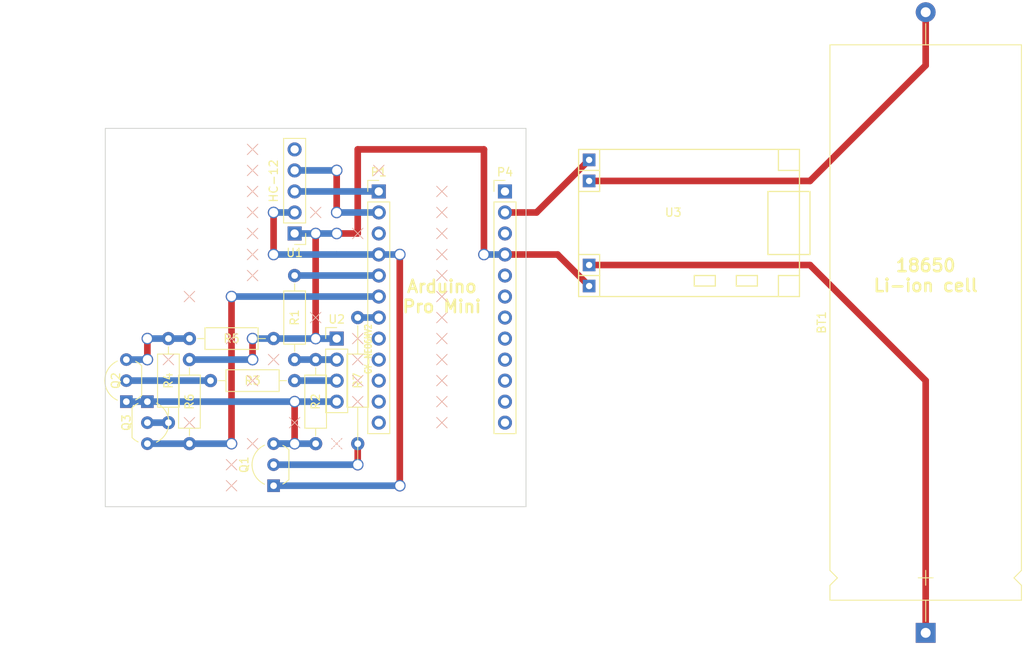
<source format=kicad_pcb>
(kicad_pcb (version 4) (host pcbnew 4.0.7)

  (general
    (links 30)
    (no_connects 2)
    (area 30.429999 35.509999 81.330001 81.330001)
    (thickness 1.6)
    (drawings 102)
    (tracks 76)
    (zones 0)
    (modules 16)
    (nets 33)
  )

  (page A4)
  (title_block
    (title "Arduino GPS Tracker - Tracking Device")
    (date 2018-08-10)
    (rev 1)
    (company "By Megasaturnv")
    (comment 1 "For Veroboard / Stripboard")
  )

  (layers
    (0 F.Cu signal)
    (31 B.Cu signal)
    (32 B.Adhes user hide)
    (33 F.Adhes user hide)
    (34 B.Paste user hide)
    (35 F.Paste user hide)
    (36 B.SilkS user)
    (37 F.SilkS user)
    (38 B.Mask user hide)
    (39 F.Mask user hide)
    (40 Dwgs.User user)
    (41 Cmts.User user)
    (42 Eco1.User user hide)
    (43 Eco2.User user hide)
    (44 Edge.Cuts user)
    (45 Margin user)
    (46 B.CrtYd user hide)
    (47 F.CrtYd user hide)
    (48 B.Fab user hide)
    (49 F.Fab user hide)
  )

  (setup
    (last_trace_width 0.8)
    (trace_clearance 0.2)
    (zone_clearance 0.508)
    (zone_45_only no)
    (trace_min 0.2)
    (segment_width 0.1)
    (edge_width 0.1)
    (via_size 1.4)
    (via_drill 1.1)
    (via_min_size 0.4)
    (via_min_drill 0.3)
    (uvia_size 0.3)
    (uvia_drill 0.1)
    (uvias_allowed no)
    (uvia_min_size 0.2)
    (uvia_min_drill 0.1)
    (pcb_text_width 0.3)
    (pcb_text_size 1.5 1.5)
    (mod_edge_width 0.15)
    (mod_text_size 1 1)
    (mod_text_width 0.15)
    (pad_size 1.5 1.5)
    (pad_drill 0.6)
    (pad_to_mask_clearance 0)
    (aux_axis_origin 137.16 114.3)
    (visible_elements 7FFFFFFF)
    (pcbplotparams
      (layerselection 0x00030_80000001)
      (usegerberextensions false)
      (excludeedgelayer true)
      (linewidth 0.100000)
      (plotframeref false)
      (viasonmask false)
      (mode 1)
      (useauxorigin false)
      (hpglpennumber 1)
      (hpglpenspeed 20)
      (hpglpendiameter 15)
      (hpglpenoverlay 2)
      (psnegative false)
      (psa4output false)
      (plotreference true)
      (plotvalue true)
      (plotinvisibletext false)
      (padsonsilk false)
      (subtractmaskfromsilk false)
      (outputformat 1)
      (mirror false)
      (drillshape 0)
      (scaleselection 1)
      (outputdirectory ""))
  )

  (net 0 "")
  (net 1 "/1(Tx)")
  (net 2 "/0(Rx)")
  (net 3 /Reset)
  (net 4 GND)
  (net 5 /2)
  (net 6 "/3(**)")
  (net 7 /4)
  (net 8 "/5(**)")
  (net 9 "/6(**)")
  (net 10 /7)
  (net 11 /8)
  (net 12 "/9(**)")
  (net 13 VCC)
  (net 14 /RAW)
  (net 15 /A3)
  (net 16 /A2)
  (net 17 /A1)
  (net 18 /A0)
  (net 19 "/13(SCK)")
  (net 20 "/12(MISO)")
  (net 21 "/11(**/MOSI)")
  (net 22 "/10(**/SS)")
  (net 23 "Net-(BT1-Pad1)")
  (net 24 "Net-(BT1-Pad2)")
  (net 25 "Net-(Q2-Pad2)")
  (net 26 "Net-(Q2-Pad3)")
  (net 27 "Net-(Q3-Pad2)")
  (net 28 "Net-(R1-Pad2)")
  (net 29 "Net-(R3-Pad2)")
  (net 30 "Net-(U1-Pad5)")
  (net 31 /GPS_GND)
  (net 32 "Net-(Q1-Pad2)")

  (net_class Default "This is the default net class."
    (clearance 0.2)
    (trace_width 0.8)
    (via_dia 1.4)
    (via_drill 1.1)
    (uvia_dia 0.3)
    (uvia_drill 0.1)
    (add_net "/0(Rx)")
    (add_net "/1(Tx)")
    (add_net "/10(**/SS)")
    (add_net "/11(**/MOSI)")
    (add_net "/12(MISO)")
    (add_net "/13(SCK)")
    (add_net /2)
    (add_net "/3(**)")
    (add_net /4)
    (add_net "/5(**)")
    (add_net "/6(**)")
    (add_net /7)
    (add_net /8)
    (add_net "/9(**)")
    (add_net /A0)
    (add_net /A1)
    (add_net /A2)
    (add_net /A3)
    (add_net /GPS_GND)
    (add_net /RAW)
    (add_net /Reset)
    (add_net GND)
    (add_net "Net-(BT1-Pad1)")
    (add_net "Net-(BT1-Pad2)")
    (add_net "Net-(Q1-Pad2)")
    (add_net "Net-(Q2-Pad2)")
    (add_net "Net-(Q2-Pad3)")
    (add_net "Net-(Q3-Pad2)")
    (add_net "Net-(R1-Pad2)")
    (add_net "Net-(R3-Pad2)")
    (add_net "Net-(U1-Pad5)")
    (add_net VCC)
  )

  (module Capacitors_THT:CP_Axial_L67.0mm_D23.0mm_P75.00mm_Horizontal (layer F.Cu) (tedit 5920C254) (tstamp 593467D3)
    (at 129.54 96.52 90)
    (descr "CP, Axial series, Axial, Horizontal, pin pitch=75mm, , length*diameter=67*23.0mm^2, Electrolytic Capacitor, , http://www.vishay.com/docs/42037/53d.pdf")
    (tags "CP Axial series Axial Horizontal pin pitch 75mm  length 67mm diameter 23.0mm Electrolytic Capacitor")
    (path /592CB467)
    (fp_text reference BT1 (at 37.5 -12.56 90) (layer F.SilkS)
      (effects (font (size 1 1) (thickness 0.15)))
    )
    (fp_text value Battery_Cell (at 37.5 12.56 90) (layer F.Fab)
      (effects (font (size 1 1) (thickness 0.15)))
    )
    (fp_text user %R (at 37.5 0 90) (layer F.Fab)
      (effects (font (size 1 1) (thickness 0.15)))
    )
    (fp_line (start 4 -11.5) (end 4 11.5) (layer F.Fab) (width 0.1))
    (fp_line (start 71 -11.5) (end 71 11.5) (layer F.Fab) (width 0.1))
    (fp_line (start 4 -11.5) (end 5.74 -11.5) (layer F.Fab) (width 0.1))
    (fp_line (start 5.74 -11.5) (end 6.64 -10.6) (layer F.Fab) (width 0.1))
    (fp_line (start 6.64 -10.6) (end 7.54 -11.5) (layer F.Fab) (width 0.1))
    (fp_line (start 7.54 -11.5) (end 71 -11.5) (layer F.Fab) (width 0.1))
    (fp_line (start 4 11.5) (end 5.74 11.5) (layer F.Fab) (width 0.1))
    (fp_line (start 5.74 11.5) (end 6.64 10.6) (layer F.Fab) (width 0.1))
    (fp_line (start 6.64 10.6) (end 7.54 11.5) (layer F.Fab) (width 0.1))
    (fp_line (start 7.54 11.5) (end 71 11.5) (layer F.Fab) (width 0.1))
    (fp_line (start 0 0) (end 4 0) (layer F.Fab) (width 0.1))
    (fp_line (start 75 0) (end 71 0) (layer F.Fab) (width 0.1))
    (fp_line (start 5.75 0) (end 7.55 0) (layer F.Fab) (width 0.1))
    (fp_line (start 6.65 -0.9) (end 6.65 0.9) (layer F.Fab) (width 0.1))
    (fp_line (start 5.75 0) (end 7.55 0) (layer F.SilkS) (width 0.12))
    (fp_line (start 6.65 -0.9) (end 6.65 0.9) (layer F.SilkS) (width 0.12))
    (fp_line (start 3.94 -11.56) (end 3.94 11.56) (layer F.SilkS) (width 0.12))
    (fp_line (start 71.06 -11.56) (end 71.06 11.56) (layer F.SilkS) (width 0.12))
    (fp_line (start 3.94 -11.56) (end 5.74 -11.56) (layer F.SilkS) (width 0.12))
    (fp_line (start 5.74 -11.56) (end 6.64 -10.66) (layer F.SilkS) (width 0.12))
    (fp_line (start 6.64 -10.66) (end 7.54 -11.56) (layer F.SilkS) (width 0.12))
    (fp_line (start 7.54 -11.56) (end 71.06 -11.56) (layer F.SilkS) (width 0.12))
    (fp_line (start 3.94 11.56) (end 5.74 11.56) (layer F.SilkS) (width 0.12))
    (fp_line (start 5.74 11.56) (end 6.64 10.66) (layer F.SilkS) (width 0.12))
    (fp_line (start 6.64 10.66) (end 7.54 11.56) (layer F.SilkS) (width 0.12))
    (fp_line (start 7.54 11.56) (end 71.06 11.56) (layer F.SilkS) (width 0.12))
    (fp_line (start 1.38 0) (end 3.94 0) (layer F.SilkS) (width 0.12))
    (fp_line (start 73.62 0) (end 71.06 0) (layer F.SilkS) (width 0.12))
    (fp_line (start -1.45 -11.85) (end -1.45 11.85) (layer F.CrtYd) (width 0.05))
    (fp_line (start -1.45 11.85) (end 76.45 11.85) (layer F.CrtYd) (width 0.05))
    (fp_line (start 76.45 11.85) (end 76.45 -11.85) (layer F.CrtYd) (width 0.05))
    (fp_line (start 76.45 -11.85) (end -1.45 -11.85) (layer F.CrtYd) (width 0.05))
    (pad 1 thru_hole rect (at 0 0 90) (size 2.4 2.4) (drill 1.2) (layers *.Cu *.Mask)
      (net 23 "Net-(BT1-Pad1)"))
    (pad 2 thru_hole oval (at 75 0 90) (size 2.4 2.4) (drill 1.2) (layers *.Cu *.Mask)
      (net 24 "Net-(BT1-Pad2)"))
    (model ${KISYS3DMOD}/Capacitors_THT.3dshapes/CP_Axial_L67.0mm_D23.0mm_P75.00mm_Horizontal.wrl
      (at (xyz 0 0 0))
      (scale (xyz 0.393701 0.393701 0.393701))
      (rotate (xyz 0 0 0))
    )
  )

  (module Socket_Strips:Socket_Strip_Straight_1x12_Pitch2.54mm (layer F.Cu) (tedit 58CD5446) (tstamp 593467E3)
    (at 63.5 43.18)
    (descr "Through hole straight socket strip, 1x12, 2.54mm pitch, single row")
    (tags "Through hole socket strip THT 1x12 2.54mm single row")
    (path /56D754D1)
    (fp_text reference P1 (at 0 -2.33) (layer F.SilkS)
      (effects (font (size 1 1) (thickness 0.15)))
    )
    (fp_text value Digital (at 0 30.27) (layer F.Fab)
      (effects (font (size 1 1) (thickness 0.15)))
    )
    (fp_line (start -1.27 -1.27) (end -1.27 29.21) (layer F.Fab) (width 0.1))
    (fp_line (start -1.27 29.21) (end 1.27 29.21) (layer F.Fab) (width 0.1))
    (fp_line (start 1.27 29.21) (end 1.27 -1.27) (layer F.Fab) (width 0.1))
    (fp_line (start 1.27 -1.27) (end -1.27 -1.27) (layer F.Fab) (width 0.1))
    (fp_line (start -1.33 1.27) (end -1.33 29.27) (layer F.SilkS) (width 0.12))
    (fp_line (start -1.33 29.27) (end 1.33 29.27) (layer F.SilkS) (width 0.12))
    (fp_line (start 1.33 29.27) (end 1.33 1.27) (layer F.SilkS) (width 0.12))
    (fp_line (start 1.33 1.27) (end -1.33 1.27) (layer F.SilkS) (width 0.12))
    (fp_line (start -1.33 0) (end -1.33 -1.33) (layer F.SilkS) (width 0.12))
    (fp_line (start -1.33 -1.33) (end 0 -1.33) (layer F.SilkS) (width 0.12))
    (fp_line (start -1.8 -1.8) (end -1.8 29.75) (layer F.CrtYd) (width 0.05))
    (fp_line (start -1.8 29.75) (end 1.8 29.75) (layer F.CrtYd) (width 0.05))
    (fp_line (start 1.8 29.75) (end 1.8 -1.8) (layer F.CrtYd) (width 0.05))
    (fp_line (start 1.8 -1.8) (end -1.8 -1.8) (layer F.CrtYd) (width 0.05))
    (fp_text user %R (at 0 -2.33) (layer F.Fab)
      (effects (font (size 1 1) (thickness 0.15)))
    )
    (pad 1 thru_hole rect (at 0 0) (size 1.7 1.7) (drill 1) (layers *.Cu *.Mask)
      (net 1 "/1(Tx)"))
    (pad 2 thru_hole oval (at 0 2.54) (size 1.7 1.7) (drill 1) (layers *.Cu *.Mask)
      (net 2 "/0(Rx)"))
    (pad 3 thru_hole oval (at 0 5.08) (size 1.7 1.7) (drill 1) (layers *.Cu *.Mask)
      (net 3 /Reset))
    (pad 4 thru_hole oval (at 0 7.62) (size 1.7 1.7) (drill 1) (layers *.Cu *.Mask)
      (net 4 GND))
    (pad 5 thru_hole oval (at 0 10.16) (size 1.7 1.7) (drill 1) (layers *.Cu *.Mask)
      (net 5 /2))
    (pad 6 thru_hole oval (at 0 12.7) (size 1.7 1.7) (drill 1) (layers *.Cu *.Mask)
      (net 6 "/3(**)"))
    (pad 7 thru_hole oval (at 0 15.24) (size 1.7 1.7) (drill 1) (layers *.Cu *.Mask)
      (net 7 /4))
    (pad 8 thru_hole oval (at 0 17.78) (size 1.7 1.7) (drill 1) (layers *.Cu *.Mask)
      (net 8 "/5(**)"))
    (pad 9 thru_hole oval (at 0 20.32) (size 1.7 1.7) (drill 1) (layers *.Cu *.Mask)
      (net 9 "/6(**)"))
    (pad 10 thru_hole oval (at 0 22.86) (size 1.7 1.7) (drill 1) (layers *.Cu *.Mask)
      (net 10 /7))
    (pad 11 thru_hole oval (at 0 25.4) (size 1.7 1.7) (drill 1) (layers *.Cu *.Mask)
      (net 11 /8))
    (pad 12 thru_hole oval (at 0 27.94) (size 1.7 1.7) (drill 1) (layers *.Cu *.Mask)
      (net 12 "/9(**)"))
    (model ${KISYS3DMOD}/Socket_Strips.3dshapes/Socket_Strip_Straight_1x12_Pitch2.54mm.wrl
      (at (xyz 0 -0.55 0))
      (scale (xyz 1 1 1))
      (rotate (xyz 0 0 270))
    )
  )

  (module Socket_Strips:Socket_Strip_Straight_1x12_Pitch2.54mm (layer F.Cu) (tedit 58CD5446) (tstamp 593467FD)
    (at 78.74 43.18)
    (descr "Through hole straight socket strip, 1x12, 2.54mm pitch, single row")
    (tags "Through hole socket strip THT 1x12 2.54mm single row")
    (path /56D755F3)
    (fp_text reference P4 (at 0 -2.33) (layer F.SilkS)
      (effects (font (size 1 1) (thickness 0.15)))
    )
    (fp_text value Analog (at 0 30.27) (layer F.Fab)
      (effects (font (size 1 1) (thickness 0.15)))
    )
    (fp_line (start -1.27 -1.27) (end -1.27 29.21) (layer F.Fab) (width 0.1))
    (fp_line (start -1.27 29.21) (end 1.27 29.21) (layer F.Fab) (width 0.1))
    (fp_line (start 1.27 29.21) (end 1.27 -1.27) (layer F.Fab) (width 0.1))
    (fp_line (start 1.27 -1.27) (end -1.27 -1.27) (layer F.Fab) (width 0.1))
    (fp_line (start -1.33 1.27) (end -1.33 29.27) (layer F.SilkS) (width 0.12))
    (fp_line (start -1.33 29.27) (end 1.33 29.27) (layer F.SilkS) (width 0.12))
    (fp_line (start 1.33 29.27) (end 1.33 1.27) (layer F.SilkS) (width 0.12))
    (fp_line (start 1.33 1.27) (end -1.33 1.27) (layer F.SilkS) (width 0.12))
    (fp_line (start -1.33 0) (end -1.33 -1.33) (layer F.SilkS) (width 0.12))
    (fp_line (start -1.33 -1.33) (end 0 -1.33) (layer F.SilkS) (width 0.12))
    (fp_line (start -1.8 -1.8) (end -1.8 29.75) (layer F.CrtYd) (width 0.05))
    (fp_line (start -1.8 29.75) (end 1.8 29.75) (layer F.CrtYd) (width 0.05))
    (fp_line (start 1.8 29.75) (end 1.8 -1.8) (layer F.CrtYd) (width 0.05))
    (fp_line (start 1.8 -1.8) (end -1.8 -1.8) (layer F.CrtYd) (width 0.05))
    (fp_text user %R (at 0 -2.33) (layer F.Fab)
      (effects (font (size 1 1) (thickness 0.15)))
    )
    (pad 1 thru_hole rect (at 0 0) (size 1.7 1.7) (drill 1) (layers *.Cu *.Mask)
      (net 14 /RAW))
    (pad 2 thru_hole oval (at 0 2.54) (size 1.7 1.7) (drill 1) (layers *.Cu *.Mask)
      (net 4 GND))
    (pad 3 thru_hole oval (at 0 5.08) (size 1.7 1.7) (drill 1) (layers *.Cu *.Mask)
      (net 3 /Reset))
    (pad 4 thru_hole oval (at 0 7.62) (size 1.7 1.7) (drill 1) (layers *.Cu *.Mask)
      (net 13 VCC))
    (pad 5 thru_hole oval (at 0 10.16) (size 1.7 1.7) (drill 1) (layers *.Cu *.Mask)
      (net 15 /A3))
    (pad 6 thru_hole oval (at 0 12.7) (size 1.7 1.7) (drill 1) (layers *.Cu *.Mask)
      (net 16 /A2))
    (pad 7 thru_hole oval (at 0 15.24) (size 1.7 1.7) (drill 1) (layers *.Cu *.Mask)
      (net 17 /A1))
    (pad 8 thru_hole oval (at 0 17.78) (size 1.7 1.7) (drill 1) (layers *.Cu *.Mask)
      (net 18 /A0))
    (pad 9 thru_hole oval (at 0 20.32) (size 1.7 1.7) (drill 1) (layers *.Cu *.Mask)
      (net 19 "/13(SCK)"))
    (pad 10 thru_hole oval (at 0 22.86) (size 1.7 1.7) (drill 1) (layers *.Cu *.Mask)
      (net 20 "/12(MISO)"))
    (pad 11 thru_hole oval (at 0 25.4) (size 1.7 1.7) (drill 1) (layers *.Cu *.Mask)
      (net 21 "/11(**/MOSI)"))
    (pad 12 thru_hole oval (at 0 27.94) (size 1.7 1.7) (drill 1) (layers *.Cu *.Mask)
      (net 22 "/10(**/SS)"))
    (model ${KISYS3DMOD}/Socket_Strips.3dshapes/Socket_Strip_Straight_1x12_Pitch2.54mm.wrl
      (at (xyz 0 -0.55 0))
      (scale (xyz 1 1 1))
      (rotate (xyz 0 0 270))
    )
  )

  (module TO_SOT_Packages_THT:TO-92_Inline_Wide (layer F.Cu) (tedit 5B4BDE8B) (tstamp 5934680B)
    (at 33.02 68.58 90)
    (descr "TO-92 leads in-line, wide, drill 0.8mm (see NXP sot054_po.pdf)")
    (tags "to-92 sc-43 sc-43a sot54 PA33 transistor")
    (path /592CE2BB)
    (fp_text reference Q2 (at 2.54 -1.27 270) (layer F.SilkS)
      (effects (font (size 1 1) (thickness 0.15)))
    )
    (fp_text value Q_NPN_EBC (at 2.54 -3.81 90) (layer F.Fab)
      (effects (font (size 1 1) (thickness 0.15)))
    )
    (fp_text user %R (at 2.54 -3.56 270) (layer F.Fab)
      (effects (font (size 1 1) (thickness 0.15)))
    )
    (fp_line (start 0.74 1.85) (end 4.34 1.85) (layer F.SilkS) (width 0.12))
    (fp_line (start 0.8 1.75) (end 4.3 1.75) (layer F.Fab) (width 0.1))
    (fp_line (start -1.01 -2.73) (end 6.09 -2.73) (layer F.CrtYd) (width 0.05))
    (fp_line (start -1.01 -2.73) (end -1.01 2.01) (layer F.CrtYd) (width 0.05))
    (fp_line (start 6.09 2.01) (end 6.09 -2.73) (layer F.CrtYd) (width 0.05))
    (fp_line (start 6.09 2.01) (end -1.01 2.01) (layer F.CrtYd) (width 0.05))
    (fp_arc (start 2.54 0) (end 0.74 1.85) (angle 20) (layer F.SilkS) (width 0.12))
    (fp_arc (start 2.54 0) (end 2.54 -2.6) (angle -65) (layer F.SilkS) (width 0.12))
    (fp_arc (start 2.54 0) (end 2.54 -2.6) (angle 65) (layer F.SilkS) (width 0.12))
    (fp_arc (start 2.54 0) (end 2.54 -2.48) (angle 135) (layer F.Fab) (width 0.1))
    (fp_arc (start 2.54 0) (end 2.54 -2.48) (angle -135) (layer F.Fab) (width 0.1))
    (fp_arc (start 2.54 0) (end 4.34 1.85) (angle -20) (layer F.SilkS) (width 0.12))
    (pad 2 thru_hole circle (at 2.54 0 180) (size 1.52 1.52) (drill 0.8) (layers *.Cu *.Mask)
      (net 25 "Net-(Q2-Pad2)"))
    (pad 3 thru_hole circle (at 5.08 0 180) (size 1.52 1.52) (drill 0.8) (layers *.Cu *.Mask)
      (net 26 "Net-(Q2-Pad3)"))
    (pad 1 thru_hole rect (at 0 0 180) (size 1.52 1.52) (drill 0.8) (layers *.Cu *.Mask)
      (net 31 /GPS_GND))
    (model ${KISYS3DMOD}/TO_SOT_Packages_THT.3dshapes/TO-92_Inline_Wide.wrl
      (at (xyz 0.1 0 0))
      (scale (xyz 1 1 1))
      (rotate (xyz 0 0 -90))
    )
  )

  (module TO_SOT_Packages_THT:TO-92_Inline_Wide (layer F.Cu) (tedit 5B4BDE8D) (tstamp 59346812)
    (at 35.56 68.58 270)
    (descr "TO-92 leads in-line, wide, drill 0.8mm (see NXP sot054_po.pdf)")
    (tags "to-92 sc-43 sc-43a sot54 PA33 transistor")
    (path /592CE337)
    (fp_text reference Q3 (at 2.54 2.54 450) (layer F.SilkS)
      (effects (font (size 1 1) (thickness 0.15)))
    )
    (fp_text value Q_NPN_EBC (at 5.08 3.81 270) (layer F.Fab)
      (effects (font (size 1 1) (thickness 0.15)))
    )
    (fp_text user %R (at 2.54 -3.56 450) (layer F.Fab)
      (effects (font (size 1 1) (thickness 0.15)))
    )
    (fp_line (start 0.74 1.85) (end 4.34 1.85) (layer F.SilkS) (width 0.12))
    (fp_line (start 0.8 1.75) (end 4.3 1.75) (layer F.Fab) (width 0.1))
    (fp_line (start -1.01 -2.73) (end 6.09 -2.73) (layer F.CrtYd) (width 0.05))
    (fp_line (start -1.01 -2.73) (end -1.01 2.01) (layer F.CrtYd) (width 0.05))
    (fp_line (start 6.09 2.01) (end 6.09 -2.73) (layer F.CrtYd) (width 0.05))
    (fp_line (start 6.09 2.01) (end -1.01 2.01) (layer F.CrtYd) (width 0.05))
    (fp_arc (start 2.54 0) (end 0.74 1.85) (angle 20) (layer F.SilkS) (width 0.12))
    (fp_arc (start 2.54 0) (end 2.54 -2.6) (angle -65) (layer F.SilkS) (width 0.12))
    (fp_arc (start 2.54 0) (end 2.54 -2.6) (angle 65) (layer F.SilkS) (width 0.12))
    (fp_arc (start 2.54 0) (end 2.54 -2.48) (angle 135) (layer F.Fab) (width 0.1))
    (fp_arc (start 2.54 0) (end 2.54 -2.48) (angle -135) (layer F.Fab) (width 0.1))
    (fp_arc (start 2.54 0) (end 4.34 1.85) (angle -20) (layer F.SilkS) (width 0.12))
    (pad 2 thru_hole circle (at 2.54 0) (size 1.52 1.52) (drill 0.8) (layers *.Cu *.Mask)
      (net 27 "Net-(Q3-Pad2)"))
    (pad 3 thru_hole circle (at 5.08 0) (size 1.52 1.52) (drill 0.8) (layers *.Cu *.Mask)
      (net 6 "/3(**)"))
    (pad 1 thru_hole rect (at 0 0) (size 1.52 1.52) (drill 0.8) (layers *.Cu *.Mask)
      (net 31 /GPS_GND))
    (model ${KISYS3DMOD}/TO_SOT_Packages_THT.3dshapes/TO-92_Inline_Wide.wrl
      (at (xyz 0.1 0 0))
      (scale (xyz 1 1 1))
      (rotate (xyz 0 0 -90))
    )
  )

  (module Resistors_THT:R_Axial_DIN0207_L6.3mm_D2.5mm_P10.16mm_Horizontal (layer F.Cu) (tedit 593477CC) (tstamp 59346818)
    (at 53.34 53.34 270)
    (descr "Resistor, Axial_DIN0207 series, Axial, Horizontal, pin pitch=10.16mm, 0.25W = 1/4W, length*diameter=6.3*2.5mm^2, http://cdn-reichelt.de/documents/datenblatt/B400/1_4W%23YAG.pdf")
    (tags "Resistor Axial_DIN0207 series Axial Horizontal pin pitch 10.16mm 0.25W = 1/4W length 6.3mm diameter 2.5mm")
    (path /592CD0A2)
    (fp_text reference R1 (at 5.08 0 270) (layer F.SilkS)
      (effects (font (size 1 1) (thickness 0.15)))
    )
    (fp_text value 10kR (at 5.08 1.27 270) (layer F.Fab)
      (effects (font (size 1 1) (thickness 0.15)))
    )
    (fp_line (start 1.93 -1.25) (end 1.93 1.25) (layer F.Fab) (width 0.1))
    (fp_line (start 1.93 1.25) (end 8.23 1.25) (layer F.Fab) (width 0.1))
    (fp_line (start 8.23 1.25) (end 8.23 -1.25) (layer F.Fab) (width 0.1))
    (fp_line (start 8.23 -1.25) (end 1.93 -1.25) (layer F.Fab) (width 0.1))
    (fp_line (start 0 0) (end 1.93 0) (layer F.Fab) (width 0.1))
    (fp_line (start 10.16 0) (end 8.23 0) (layer F.Fab) (width 0.1))
    (fp_line (start 1.87 -1.31) (end 1.87 1.31) (layer F.SilkS) (width 0.12))
    (fp_line (start 1.87 1.31) (end 8.29 1.31) (layer F.SilkS) (width 0.12))
    (fp_line (start 8.29 1.31) (end 8.29 -1.31) (layer F.SilkS) (width 0.12))
    (fp_line (start 8.29 -1.31) (end 1.87 -1.31) (layer F.SilkS) (width 0.12))
    (fp_line (start 0.98 0) (end 1.87 0) (layer F.SilkS) (width 0.12))
    (fp_line (start 9.18 0) (end 8.29 0) (layer F.SilkS) (width 0.12))
    (fp_line (start -1.05 -1.6) (end -1.05 1.6) (layer F.CrtYd) (width 0.05))
    (fp_line (start -1.05 1.6) (end 11.25 1.6) (layer F.CrtYd) (width 0.05))
    (fp_line (start 11.25 1.6) (end 11.25 -1.6) (layer F.CrtYd) (width 0.05))
    (fp_line (start 11.25 -1.6) (end -1.05 -1.6) (layer F.CrtYd) (width 0.05))
    (pad 1 thru_hole circle (at 0 0 270) (size 1.6 1.6) (drill 0.8) (layers *.Cu *.Mask)
      (net 5 /2))
    (pad 2 thru_hole oval (at 10.16 0 270) (size 1.6 1.6) (drill 0.8) (layers *.Cu *.Mask)
      (net 28 "Net-(R1-Pad2)"))
    (model Resistors_THT.3dshapes/R_Axial_DIN0207_L6.3mm_D2.5mm_P10.16mm_Horizontal.wrl
      (at (xyz 0 0 0))
      (scale (xyz 0.393701 0.393701 0.393701))
      (rotate (xyz 0 0 0))
    )
  )

  (module Resistors_THT:R_Axial_DIN0207_L6.3mm_D2.5mm_P10.16mm_Horizontal (layer F.Cu) (tedit 593477CF) (tstamp 5934681E)
    (at 55.88 63.5 270)
    (descr "Resistor, Axial_DIN0207 series, Axial, Horizontal, pin pitch=10.16mm, 0.25W = 1/4W, length*diameter=6.3*2.5mm^2, http://cdn-reichelt.de/documents/datenblatt/B400/1_4W%23YAG.pdf")
    (tags "Resistor Axial_DIN0207 series Axial Horizontal pin pitch 10.16mm 0.25W = 1/4W length 6.3mm diameter 2.5mm")
    (path /592CD0ED)
    (fp_text reference R2 (at 5.08 0 270) (layer F.SilkS)
      (effects (font (size 1 1) (thickness 0.15)))
    )
    (fp_text value 47kR (at 5.08 -1.27 270) (layer F.Fab)
      (effects (font (size 1 1) (thickness 0.15)))
    )
    (fp_line (start 1.93 -1.25) (end 1.93 1.25) (layer F.Fab) (width 0.1))
    (fp_line (start 1.93 1.25) (end 8.23 1.25) (layer F.Fab) (width 0.1))
    (fp_line (start 8.23 1.25) (end 8.23 -1.25) (layer F.Fab) (width 0.1))
    (fp_line (start 8.23 -1.25) (end 1.93 -1.25) (layer F.Fab) (width 0.1))
    (fp_line (start 0 0) (end 1.93 0) (layer F.Fab) (width 0.1))
    (fp_line (start 10.16 0) (end 8.23 0) (layer F.Fab) (width 0.1))
    (fp_line (start 1.87 -1.31) (end 1.87 1.31) (layer F.SilkS) (width 0.12))
    (fp_line (start 1.87 1.31) (end 8.29 1.31) (layer F.SilkS) (width 0.12))
    (fp_line (start 8.29 1.31) (end 8.29 -1.31) (layer F.SilkS) (width 0.12))
    (fp_line (start 8.29 -1.31) (end 1.87 -1.31) (layer F.SilkS) (width 0.12))
    (fp_line (start 0.98 0) (end 1.87 0) (layer F.SilkS) (width 0.12))
    (fp_line (start 9.18 0) (end 8.29 0) (layer F.SilkS) (width 0.12))
    (fp_line (start -1.05 -1.6) (end -1.05 1.6) (layer F.CrtYd) (width 0.05))
    (fp_line (start -1.05 1.6) (end 11.25 1.6) (layer F.CrtYd) (width 0.05))
    (fp_line (start 11.25 1.6) (end 11.25 -1.6) (layer F.CrtYd) (width 0.05))
    (fp_line (start 11.25 -1.6) (end -1.05 -1.6) (layer F.CrtYd) (width 0.05))
    (pad 1 thru_hole circle (at 0 0 270) (size 1.6 1.6) (drill 0.8) (layers *.Cu *.Mask)
      (net 28 "Net-(R1-Pad2)"))
    (pad 2 thru_hole oval (at 10.16 0 270) (size 1.6 1.6) (drill 0.8) (layers *.Cu *.Mask)
      (net 31 /GPS_GND))
    (model Resistors_THT.3dshapes/R_Axial_DIN0207_L6.3mm_D2.5mm_P10.16mm_Horizontal.wrl
      (at (xyz 0 0 0))
      (scale (xyz 0.393701 0.393701 0.393701))
      (rotate (xyz 0 0 0))
    )
  )

  (module Resistors_THT:R_Axial_DIN0207_L6.3mm_D2.5mm_P10.16mm_Horizontal (layer F.Cu) (tedit 593477C8) (tstamp 59346824)
    (at 43.18 66.04)
    (descr "Resistor, Axial_DIN0207 series, Axial, Horizontal, pin pitch=10.16mm, 0.25W = 1/4W, length*diameter=6.3*2.5mm^2, http://cdn-reichelt.de/documents/datenblatt/B400/1_4W%23YAG.pdf")
    (tags "Resistor Axial_DIN0207 series Axial Horizontal pin pitch 10.16mm 0.25W = 1/4W length 6.3mm diameter 2.5mm")
    (path /592CDBF3)
    (fp_text reference R3 (at 5.08 0) (layer F.SilkS)
      (effects (font (size 1 1) (thickness 0.15)))
    )
    (fp_text value 27kR (at 5.08 1.27) (layer F.Fab)
      (effects (font (size 1 1) (thickness 0.15)))
    )
    (fp_line (start 1.93 -1.25) (end 1.93 1.25) (layer F.Fab) (width 0.1))
    (fp_line (start 1.93 1.25) (end 8.23 1.25) (layer F.Fab) (width 0.1))
    (fp_line (start 8.23 1.25) (end 8.23 -1.25) (layer F.Fab) (width 0.1))
    (fp_line (start 8.23 -1.25) (end 1.93 -1.25) (layer F.Fab) (width 0.1))
    (fp_line (start 0 0) (end 1.93 0) (layer F.Fab) (width 0.1))
    (fp_line (start 10.16 0) (end 8.23 0) (layer F.Fab) (width 0.1))
    (fp_line (start 1.87 -1.31) (end 1.87 1.31) (layer F.SilkS) (width 0.12))
    (fp_line (start 1.87 1.31) (end 8.29 1.31) (layer F.SilkS) (width 0.12))
    (fp_line (start 8.29 1.31) (end 8.29 -1.31) (layer F.SilkS) (width 0.12))
    (fp_line (start 8.29 -1.31) (end 1.87 -1.31) (layer F.SilkS) (width 0.12))
    (fp_line (start 0.98 0) (end 1.87 0) (layer F.SilkS) (width 0.12))
    (fp_line (start 9.18 0) (end 8.29 0) (layer F.SilkS) (width 0.12))
    (fp_line (start -1.05 -1.6) (end -1.05 1.6) (layer F.CrtYd) (width 0.05))
    (fp_line (start -1.05 1.6) (end 11.25 1.6) (layer F.CrtYd) (width 0.05))
    (fp_line (start 11.25 1.6) (end 11.25 -1.6) (layer F.CrtYd) (width 0.05))
    (fp_line (start 11.25 -1.6) (end -1.05 -1.6) (layer F.CrtYd) (width 0.05))
    (pad 1 thru_hole circle (at 0 0) (size 1.6 1.6) (drill 0.8) (layers *.Cu *.Mask)
      (net 25 "Net-(Q2-Pad2)"))
    (pad 2 thru_hole oval (at 10.16 0) (size 1.6 1.6) (drill 0.8) (layers *.Cu *.Mask)
      (net 29 "Net-(R3-Pad2)"))
    (model Resistors_THT.3dshapes/R_Axial_DIN0207_L6.3mm_D2.5mm_P10.16mm_Horizontal.wrl
      (at (xyz 0 0 0))
      (scale (xyz 0.393701 0.393701 0.393701))
      (rotate (xyz 0 0 0))
    )
  )

  (module Resistors_THT:R_Axial_DIN0207_L6.3mm_D2.5mm_P10.16mm_Horizontal (layer F.Cu) (tedit 593477C4) (tstamp 5934682A)
    (at 38.1 71.12 90)
    (descr "Resistor, Axial_DIN0207 series, Axial, Horizontal, pin pitch=10.16mm, 0.25W = 1/4W, length*diameter=6.3*2.5mm^2, http://cdn-reichelt.de/documents/datenblatt/B400/1_4W%23YAG.pdf")
    (tags "Resistor Axial_DIN0207 series Axial Horizontal pin pitch 10.16mm 0.25W = 1/4W length 6.3mm diameter 2.5mm")
    (path /592CDC33)
    (fp_text reference R4 (at 5.08 0 90) (layer F.SilkS)
      (effects (font (size 1 1) (thickness 0.15)))
    )
    (fp_text value 27kR (at 5.08 -1.27 90) (layer F.Fab)
      (effects (font (size 1 1) (thickness 0.15)))
    )
    (fp_line (start 1.93 -1.25) (end 1.93 1.25) (layer F.Fab) (width 0.1))
    (fp_line (start 1.93 1.25) (end 8.23 1.25) (layer F.Fab) (width 0.1))
    (fp_line (start 8.23 1.25) (end 8.23 -1.25) (layer F.Fab) (width 0.1))
    (fp_line (start 8.23 -1.25) (end 1.93 -1.25) (layer F.Fab) (width 0.1))
    (fp_line (start 0 0) (end 1.93 0) (layer F.Fab) (width 0.1))
    (fp_line (start 10.16 0) (end 8.23 0) (layer F.Fab) (width 0.1))
    (fp_line (start 1.87 -1.31) (end 1.87 1.31) (layer F.SilkS) (width 0.12))
    (fp_line (start 1.87 1.31) (end 8.29 1.31) (layer F.SilkS) (width 0.12))
    (fp_line (start 8.29 1.31) (end 8.29 -1.31) (layer F.SilkS) (width 0.12))
    (fp_line (start 8.29 -1.31) (end 1.87 -1.31) (layer F.SilkS) (width 0.12))
    (fp_line (start 0.98 0) (end 1.87 0) (layer F.SilkS) (width 0.12))
    (fp_line (start 9.18 0) (end 8.29 0) (layer F.SilkS) (width 0.12))
    (fp_line (start -1.05 -1.6) (end -1.05 1.6) (layer F.CrtYd) (width 0.05))
    (fp_line (start -1.05 1.6) (end 11.25 1.6) (layer F.CrtYd) (width 0.05))
    (fp_line (start 11.25 1.6) (end 11.25 -1.6) (layer F.CrtYd) (width 0.05))
    (fp_line (start 11.25 -1.6) (end -1.05 -1.6) (layer F.CrtYd) (width 0.05))
    (pad 1 thru_hole circle (at 0 0 90) (size 1.6 1.6) (drill 0.8) (layers *.Cu *.Mask)
      (net 27 "Net-(Q3-Pad2)"))
    (pad 2 thru_hole oval (at 10.16 0 90) (size 1.6 1.6) (drill 0.8) (layers *.Cu *.Mask)
      (net 26 "Net-(Q2-Pad3)"))
    (model Resistors_THT.3dshapes/R_Axial_DIN0207_L6.3mm_D2.5mm_P10.16mm_Horizontal.wrl
      (at (xyz 0 0 0))
      (scale (xyz 0.393701 0.393701 0.393701))
      (rotate (xyz 0 0 0))
    )
  )

  (module Resistors_THT:R_Axial_DIN0207_L6.3mm_D2.5mm_P10.16mm_Horizontal (layer F.Cu) (tedit 593477CA) (tstamp 59346830)
    (at 50.8 60.96 180)
    (descr "Resistor, Axial_DIN0207 series, Axial, Horizontal, pin pitch=10.16mm, 0.25W = 1/4W, length*diameter=6.3*2.5mm^2, http://cdn-reichelt.de/documents/datenblatt/B400/1_4W%23YAG.pdf")
    (tags "Resistor Axial_DIN0207 series Axial Horizontal pin pitch 10.16mm 0.25W = 1/4W length 6.3mm diameter 2.5mm")
    (path /592CDCA0)
    (fp_text reference R5 (at 5.08 0 180) (layer F.SilkS)
      (effects (font (size 1 1) (thickness 0.15)))
    )
    (fp_text value 27kR (at 5.08 -1.27 180) (layer F.Fab)
      (effects (font (size 1 1) (thickness 0.15)))
    )
    (fp_line (start 1.93 -1.25) (end 1.93 1.25) (layer F.Fab) (width 0.1))
    (fp_line (start 1.93 1.25) (end 8.23 1.25) (layer F.Fab) (width 0.1))
    (fp_line (start 8.23 1.25) (end 8.23 -1.25) (layer F.Fab) (width 0.1))
    (fp_line (start 8.23 -1.25) (end 1.93 -1.25) (layer F.Fab) (width 0.1))
    (fp_line (start 0 0) (end 1.93 0) (layer F.Fab) (width 0.1))
    (fp_line (start 10.16 0) (end 8.23 0) (layer F.Fab) (width 0.1))
    (fp_line (start 1.87 -1.31) (end 1.87 1.31) (layer F.SilkS) (width 0.12))
    (fp_line (start 1.87 1.31) (end 8.29 1.31) (layer F.SilkS) (width 0.12))
    (fp_line (start 8.29 1.31) (end 8.29 -1.31) (layer F.SilkS) (width 0.12))
    (fp_line (start 8.29 -1.31) (end 1.87 -1.31) (layer F.SilkS) (width 0.12))
    (fp_line (start 0.98 0) (end 1.87 0) (layer F.SilkS) (width 0.12))
    (fp_line (start 9.18 0) (end 8.29 0) (layer F.SilkS) (width 0.12))
    (fp_line (start -1.05 -1.6) (end -1.05 1.6) (layer F.CrtYd) (width 0.05))
    (fp_line (start -1.05 1.6) (end 11.25 1.6) (layer F.CrtYd) (width 0.05))
    (fp_line (start 11.25 1.6) (end 11.25 -1.6) (layer F.CrtYd) (width 0.05))
    (fp_line (start 11.25 -1.6) (end -1.05 -1.6) (layer F.CrtYd) (width 0.05))
    (pad 1 thru_hole circle (at 0 0 180) (size 1.6 1.6) (drill 0.8) (layers *.Cu *.Mask)
      (net 13 VCC))
    (pad 2 thru_hole oval (at 10.16 0 180) (size 1.6 1.6) (drill 0.8) (layers *.Cu *.Mask)
      (net 26 "Net-(Q2-Pad3)"))
    (model Resistors_THT.3dshapes/R_Axial_DIN0207_L6.3mm_D2.5mm_P10.16mm_Horizontal.wrl
      (at (xyz 0 0 0))
      (scale (xyz 0.393701 0.393701 0.393701))
      (rotate (xyz 0 0 0))
    )
  )

  (module Resistors_THT:R_Axial_DIN0207_L6.3mm_D2.5mm_P10.16mm_Horizontal (layer F.Cu) (tedit 593477C1) (tstamp 59346836)
    (at 40.64 63.5 270)
    (descr "Resistor, Axial_DIN0207 series, Axial, Horizontal, pin pitch=10.16mm, 0.25W = 1/4W, length*diameter=6.3*2.5mm^2, http://cdn-reichelt.de/documents/datenblatt/B400/1_4W%23YAG.pdf")
    (tags "Resistor Axial_DIN0207 series Axial Horizontal pin pitch 10.16mm 0.25W = 1/4W length 6.3mm diameter 2.5mm")
    (path /592CDD04)
    (fp_text reference R6 (at 5.08 0 270) (layer F.SilkS)
      (effects (font (size 1 1) (thickness 0.15)))
    )
    (fp_text value 27kR (at 5.08 -1.27 270) (layer F.Fab)
      (effects (font (size 1 1) (thickness 0.15)))
    )
    (fp_line (start 1.93 -1.25) (end 1.93 1.25) (layer F.Fab) (width 0.1))
    (fp_line (start 1.93 1.25) (end 8.23 1.25) (layer F.Fab) (width 0.1))
    (fp_line (start 8.23 1.25) (end 8.23 -1.25) (layer F.Fab) (width 0.1))
    (fp_line (start 8.23 -1.25) (end 1.93 -1.25) (layer F.Fab) (width 0.1))
    (fp_line (start 0 0) (end 1.93 0) (layer F.Fab) (width 0.1))
    (fp_line (start 10.16 0) (end 8.23 0) (layer F.Fab) (width 0.1))
    (fp_line (start 1.87 -1.31) (end 1.87 1.31) (layer F.SilkS) (width 0.12))
    (fp_line (start 1.87 1.31) (end 8.29 1.31) (layer F.SilkS) (width 0.12))
    (fp_line (start 8.29 1.31) (end 8.29 -1.31) (layer F.SilkS) (width 0.12))
    (fp_line (start 8.29 -1.31) (end 1.87 -1.31) (layer F.SilkS) (width 0.12))
    (fp_line (start 0.98 0) (end 1.87 0) (layer F.SilkS) (width 0.12))
    (fp_line (start 9.18 0) (end 8.29 0) (layer F.SilkS) (width 0.12))
    (fp_line (start -1.05 -1.6) (end -1.05 1.6) (layer F.CrtYd) (width 0.05))
    (fp_line (start -1.05 1.6) (end 11.25 1.6) (layer F.CrtYd) (width 0.05))
    (fp_line (start 11.25 1.6) (end 11.25 -1.6) (layer F.CrtYd) (width 0.05))
    (fp_line (start 11.25 -1.6) (end -1.05 -1.6) (layer F.CrtYd) (width 0.05))
    (pad 1 thru_hole circle (at 0 0 270) (size 1.6 1.6) (drill 0.8) (layers *.Cu *.Mask)
      (net 13 VCC))
    (pad 2 thru_hole oval (at 10.16 0 270) (size 1.6 1.6) (drill 0.8) (layers *.Cu *.Mask)
      (net 6 "/3(**)"))
    (model Resistors_THT.3dshapes/R_Axial_DIN0207_L6.3mm_D2.5mm_P10.16mm_Horizontal.wrl
      (at (xyz 0 0 0))
      (scale (xyz 0.393701 0.393701 0.393701))
      (rotate (xyz 0 0 0))
    )
  )

  (module custom_components_library:TP4056_with_protection (layer F.Cu) (tedit 59345F8C) (tstamp 5934686B)
    (at 114.3 55.88 180)
    (path /592CC948)
    (fp_text reference U3 (at 15.24 10.16 180) (layer F.SilkS)
      (effects (font (size 1 1) (thickness 0.15)))
    )
    (fp_text value TP4056 (at 15.24 7.62 180) (layer F.Fab)
      (effects (font (size 1 1) (thickness 0.15)))
    )
    (fp_line (start 10.16 1.27) (end 12.7 1.27) (layer F.SilkS) (width 0.15))
    (fp_line (start 12.7 1.27) (end 12.7 2.54) (layer F.SilkS) (width 0.15))
    (fp_line (start 12.7 2.54) (end 10.16 2.54) (layer F.SilkS) (width 0.15))
    (fp_line (start 10.16 2.54) (end 10.16 1.27) (layer F.SilkS) (width 0.15))
    (fp_line (start 5.08 1.27) (end 7.62 1.27) (layer F.SilkS) (width 0.15))
    (fp_line (start 7.62 1.27) (end 7.62 2.54) (layer F.SilkS) (width 0.15))
    (fp_line (start 7.62 2.54) (end 5.08 2.54) (layer F.SilkS) (width 0.15))
    (fp_line (start 5.08 2.54) (end 5.08 1.27) (layer F.SilkS) (width 0.15))
    (fp_line (start 0 15.24) (end 2.54 15.24) (layer F.SilkS) (width 0.15))
    (fp_line (start 2.54 15.24) (end 2.54 17.78) (layer F.SilkS) (width 0.15))
    (fp_line (start 0 2.54) (end 2.54 2.54) (layer F.SilkS) (width 0.15))
    (fp_line (start 2.54 2.54) (end 2.54 0) (layer F.SilkS) (width 0.15))
    (fp_line (start 24.13 15.24) (end 24.13 17.78) (layer F.SilkS) (width 0.15))
    (fp_line (start 26.67 12.7) (end 24.13 12.7) (layer F.SilkS) (width 0.15))
    (fp_line (start 24.13 12.7) (end 24.13 15.24) (layer F.SilkS) (width 0.15))
    (fp_line (start 24.13 15.24) (end 26.67 15.24) (layer F.SilkS) (width 0.15))
    (fp_line (start 24.13 2.54) (end 24.13 5.08) (layer F.SilkS) (width 0.15))
    (fp_line (start 24.13 5.08) (end 26.67 5.08) (layer F.SilkS) (width 0.15))
    (fp_line (start 24.13 0) (end 24.13 2.54) (layer F.SilkS) (width 0.15))
    (fp_line (start 24.13 2.54) (end 26.67 2.54) (layer F.SilkS) (width 0.15))
    (fp_line (start -1.27 5.08) (end 3.81 5.08) (layer F.SilkS) (width 0.15))
    (fp_line (start 3.81 12.7) (end -1.27 12.7) (layer F.SilkS) (width 0.15))
    (fp_line (start 3.81 5.08) (end 3.81 12.7) (layer F.SilkS) (width 0.15))
    (fp_line (start -1.27 12.7) (end -1.27 5.08) (layer F.SilkS) (width 0.15))
    (fp_line (start 0 0) (end 26.67 0) (layer F.SilkS) (width 0.15))
    (fp_line (start 26.67 0) (end 26.67 17.78) (layer F.SilkS) (width 0.15))
    (fp_line (start 26.67 17.78) (end 0 17.78) (layer F.SilkS) (width 0.15))
    (fp_line (start 0 17.78) (end 0 0) (layer F.SilkS) (width 0.15))
    (pad 1 thru_hole rect (at 25.4 1.27 180) (size 1.524 1.524) (drill 0.762) (layers *.Cu *.Mask)
      (net 13 VCC))
    (pad 2 thru_hole rect (at 25.4 3.81 180) (size 1.524 1.524) (drill 0.762) (layers *.Cu *.Mask)
      (net 23 "Net-(BT1-Pad1)"))
    (pad 3 thru_hole rect (at 25.4 13.97 180) (size 1.524 1.524) (drill 0.762) (layers *.Cu *.Mask)
      (net 24 "Net-(BT1-Pad2)"))
    (pad 4 thru_hole rect (at 25.4 16.51 180) (size 1.524 1.524) (drill 0.762) (layers *.Cu *.Mask)
      (net 4 GND))
  )

  (module Socket_Strips:Socket_Strip_Straight_1x05_Pitch2.54mm (layer F.Cu) (tedit 593477A4) (tstamp 59347700)
    (at 53.34 48.26 180)
    (descr "Through hole straight socket strip, 1x05, 2.54mm pitch, single row")
    (tags "Through hole socket strip THT 1x05 2.54mm single row")
    (path /592C8583)
    (fp_text reference U1 (at 0 -2.33 180) (layer F.SilkS)
      (effects (font (size 1 1) (thickness 0.15)))
    )
    (fp_text value HC-12 (at 2.54 6.35 270) (layer F.SilkS)
      (effects (font (size 1 1) (thickness 0.15)))
    )
    (fp_line (start -1.27 -1.27) (end -1.27 11.43) (layer F.Fab) (width 0.1))
    (fp_line (start -1.27 11.43) (end 1.27 11.43) (layer F.Fab) (width 0.1))
    (fp_line (start 1.27 11.43) (end 1.27 -1.27) (layer F.Fab) (width 0.1))
    (fp_line (start 1.27 -1.27) (end -1.27 -1.27) (layer F.Fab) (width 0.1))
    (fp_line (start -1.33 1.27) (end -1.33 11.49) (layer F.SilkS) (width 0.12))
    (fp_line (start -1.33 11.49) (end 1.33 11.49) (layer F.SilkS) (width 0.12))
    (fp_line (start 1.33 11.49) (end 1.33 1.27) (layer F.SilkS) (width 0.12))
    (fp_line (start 1.33 1.27) (end -1.33 1.27) (layer F.SilkS) (width 0.12))
    (fp_line (start -1.33 0) (end -1.33 -1.33) (layer F.SilkS) (width 0.12))
    (fp_line (start -1.33 -1.33) (end 0 -1.33) (layer F.SilkS) (width 0.12))
    (fp_line (start -1.8 -1.8) (end -1.8 11.95) (layer F.CrtYd) (width 0.05))
    (fp_line (start -1.8 11.95) (end 1.8 11.95) (layer F.CrtYd) (width 0.05))
    (fp_line (start 1.8 11.95) (end 1.8 -1.8) (layer F.CrtYd) (width 0.05))
    (fp_line (start 1.8 -1.8) (end -1.8 -1.8) (layer F.CrtYd) (width 0.05))
    (fp_text user %R (at 0 -2.33 180) (layer F.Fab)
      (effects (font (size 1 1) (thickness 0.15)))
    )
    (pad 1 thru_hole rect (at 0 0 180) (size 1.7 1.7) (drill 1) (layers *.Cu *.Mask)
      (net 13 VCC))
    (pad 2 thru_hole oval (at 0 2.54 180) (size 1.7 1.7) (drill 1) (layers *.Cu *.Mask)
      (net 4 GND))
    (pad 3 thru_hole oval (at 0 5.08 180) (size 1.7 1.7) (drill 1) (layers *.Cu *.Mask)
      (net 1 "/1(Tx)"))
    (pad 4 thru_hole oval (at 0 7.62 180) (size 1.7 1.7) (drill 1) (layers *.Cu *.Mask)
      (net 2 "/0(Rx)"))
    (pad 5 thru_hole oval (at 0 10.16 180) (size 1.7 1.7) (drill 1) (layers *.Cu *.Mask)
      (net 30 "Net-(U1-Pad5)"))
    (model ${KISYS3DMOD}/Socket_Strips.3dshapes/Socket_Strip_Straight_1x05_Pitch2.54mm.wrl
      (at (xyz 0 -0.2 0))
      (scale (xyz 1 1 1))
      (rotate (xyz 0 0 270))
    )
  )

  (module Socket_Strips:Socket_Strip_Straight_1x04_Pitch2.54mm (layer F.Cu) (tedit 5B4BA581) (tstamp 59347708)
    (at 58.42 60.96)
    (descr "Through hole straight socket strip, 1x04, 2.54mm pitch, single row")
    (tags "Through hole socket strip THT 1x04 2.54mm single row")
    (path /592C7D71)
    (fp_text reference U2 (at 0 -2.33) (layer F.SilkS)
      (effects (font (size 1 1) (thickness 0.15)))
    )
    (fp_text value GY-NEO6MV2 (at 3.81 1.27 90) (layer F.SilkS)
      (effects (font (size 0.8 0.6) (thickness 0.15)))
    )
    (fp_line (start -1.27 -1.27) (end -1.27 8.89) (layer F.Fab) (width 0.1))
    (fp_line (start -1.27 8.89) (end 1.27 8.89) (layer F.Fab) (width 0.1))
    (fp_line (start 1.27 8.89) (end 1.27 -1.27) (layer F.Fab) (width 0.1))
    (fp_line (start 1.27 -1.27) (end -1.27 -1.27) (layer F.Fab) (width 0.1))
    (fp_line (start -1.33 1.27) (end -1.33 8.95) (layer F.SilkS) (width 0.12))
    (fp_line (start -1.33 8.95) (end 1.33 8.95) (layer F.SilkS) (width 0.12))
    (fp_line (start 1.33 8.95) (end 1.33 1.27) (layer F.SilkS) (width 0.12))
    (fp_line (start 1.33 1.27) (end -1.33 1.27) (layer F.SilkS) (width 0.12))
    (fp_line (start -1.33 0) (end -1.33 -1.33) (layer F.SilkS) (width 0.12))
    (fp_line (start -1.33 -1.33) (end 0 -1.33) (layer F.SilkS) (width 0.12))
    (fp_line (start -1.8 -1.8) (end -1.8 9.4) (layer F.CrtYd) (width 0.05))
    (fp_line (start -1.8 9.4) (end 1.8 9.4) (layer F.CrtYd) (width 0.05))
    (fp_line (start 1.8 9.4) (end 1.8 -1.8) (layer F.CrtYd) (width 0.05))
    (fp_line (start 1.8 -1.8) (end -1.8 -1.8) (layer F.CrtYd) (width 0.05))
    (fp_text user %R (at 0 -2.33) (layer F.Fab)
      (effects (font (size 1 1) (thickness 0.15)))
    )
    (pad 1 thru_hole rect (at 0 0) (size 1.7 1.7) (drill 1) (layers *.Cu *.Mask)
      (net 13 VCC))
    (pad 2 thru_hole oval (at 0 2.54) (size 1.7 1.7) (drill 1) (layers *.Cu *.Mask)
      (net 28 "Net-(R1-Pad2)"))
    (pad 3 thru_hole oval (at 0 5.08) (size 1.7 1.7) (drill 1) (layers *.Cu *.Mask)
      (net 29 "Net-(R3-Pad2)"))
    (pad 4 thru_hole oval (at 0 7.62) (size 1.7 1.7) (drill 1) (layers *.Cu *.Mask)
      (net 31 /GPS_GND))
    (model ${KISYS3DMOD}/Socket_Strips.3dshapes/Socket_Strip_Straight_1x04_Pitch2.54mm.wrl
      (at (xyz 0 -0.15 0))
      (scale (xyz 1 1 1))
      (rotate (xyz 0 0 270))
    )
  )

  (module Resistors_THT:R_Axial_DIN0207_L6.3mm_D2.5mm_P15.24mm_Horizontal (layer F.Cu) (tedit 5B4BA590) (tstamp 5B4B98F7)
    (at 60.96 73.66 90)
    (descr "Resistor, Axial_DIN0207 series, Axial, Horizontal, pin pitch=15.24mm, 0.25W = 1/4W, length*diameter=6.3*2.5mm^2, http://cdn-reichelt.de/documents/datenblatt/B400/1_4W%23YAG.pdf")
    (tags "Resistor Axial_DIN0207 series Axial Horizontal pin pitch 15.24mm 0.25W = 1/4W length 6.3mm diameter 2.5mm")
    (path /5B4BB3F0)
    (fp_text reference R7 (at 7.62 0 90) (layer F.SilkS)
      (effects (font (size 1 1) (thickness 0.15)))
    )
    (fp_text value 4.7kR (at 7.62 -1.27 90) (layer F.Fab)
      (effects (font (size 1 1) (thickness 0.15)))
    )
    (fp_line (start 4.47 -1.25) (end 4.47 1.25) (layer F.Fab) (width 0.1))
    (fp_line (start 4.47 1.25) (end 10.77 1.25) (layer F.Fab) (width 0.1))
    (fp_line (start 10.77 1.25) (end 10.77 -1.25) (layer F.Fab) (width 0.1))
    (fp_line (start 10.77 -1.25) (end 4.47 -1.25) (layer F.Fab) (width 0.1))
    (fp_line (start 0 0) (end 4.47 0) (layer F.Fab) (width 0.1))
    (fp_line (start 15.24 0) (end 10.77 0) (layer F.Fab) (width 0.1))
    (fp_line (start 4.41 -1.31) (end 4.41 1.31) (layer F.SilkS) (width 0.12))
    (fp_line (start 4.41 1.31) (end 10.83 1.31) (layer F.SilkS) (width 0.12))
    (fp_line (start 10.83 1.31) (end 10.83 -1.31) (layer F.SilkS) (width 0.12))
    (fp_line (start 10.83 -1.31) (end 4.41 -1.31) (layer F.SilkS) (width 0.12))
    (fp_line (start 0.98 0) (end 4.41 0) (layer F.SilkS) (width 0.12))
    (fp_line (start 14.26 0) (end 10.83 0) (layer F.SilkS) (width 0.12))
    (fp_line (start -1.05 -1.6) (end -1.05 1.6) (layer F.CrtYd) (width 0.05))
    (fp_line (start -1.05 1.6) (end 16.3 1.6) (layer F.CrtYd) (width 0.05))
    (fp_line (start 16.3 1.6) (end 16.3 -1.6) (layer F.CrtYd) (width 0.05))
    (fp_line (start 16.3 -1.6) (end -1.05 -1.6) (layer F.CrtYd) (width 0.05))
    (pad 1 thru_hole circle (at 0 0 90) (size 1.6 1.6) (drill 0.8) (layers *.Cu *.Mask)
      (net 32 "Net-(Q1-Pad2)"))
    (pad 2 thru_hole oval (at 15.24 0 90) (size 1.6 1.6) (drill 0.8) (layers *.Cu *.Mask)
      (net 7 /4))
    (model ${KISYS3DMOD}/Resistors_THT.3dshapes/R_Axial_DIN0207_L6.3mm_D2.5mm_P15.24mm_Horizontal.wrl
      (at (xyz 0 0 0))
      (scale (xyz 0.393701 0.393701 0.393701))
      (rotate (xyz 0 0 0))
    )
  )

  (module TO_SOT_Packages_THT:TO-92_Inline_Wide (layer F.Cu) (tedit 5B6B5243) (tstamp 5B6B5325)
    (at 50.8 78.74 90)
    (descr "TO-92 leads in-line, wide, drill 0.8mm (see NXP sot054_po.pdf)")
    (tags "to-92 sc-43 sc-43a sot54 PA33 transistor")
    (path /5B1C85F2)
    (fp_text reference Q1 (at 2.54 -3.56 270) (layer F.SilkS)
      (effects (font (size 1 1) (thickness 0.15)))
    )
    (fp_text value Q_NPN_EBC (at 2.54 -1.27 90) (layer F.Fab)
      (effects (font (size 1 1) (thickness 0.15)))
    )
    (fp_text user %R (at 2.54 -3.56 270) (layer F.Fab)
      (effects (font (size 1 1) (thickness 0.15)))
    )
    (fp_line (start 0.74 1.85) (end 4.34 1.85) (layer F.SilkS) (width 0.12))
    (fp_line (start 0.8 1.75) (end 4.3 1.75) (layer F.Fab) (width 0.1))
    (fp_line (start -1.01 -2.73) (end 6.09 -2.73) (layer F.CrtYd) (width 0.05))
    (fp_line (start -1.01 -2.73) (end -1.01 2.01) (layer F.CrtYd) (width 0.05))
    (fp_line (start 6.09 2.01) (end 6.09 -2.73) (layer F.CrtYd) (width 0.05))
    (fp_line (start 6.09 2.01) (end -1.01 2.01) (layer F.CrtYd) (width 0.05))
    (fp_arc (start 2.54 0) (end 0.74 1.85) (angle 20) (layer F.SilkS) (width 0.12))
    (fp_arc (start 2.54 0) (end 2.54 -2.6) (angle -65) (layer F.SilkS) (width 0.12))
    (fp_arc (start 2.54 0) (end 2.54 -2.6) (angle 65) (layer F.SilkS) (width 0.12))
    (fp_arc (start 2.54 0) (end 2.54 -2.48) (angle 135) (layer F.Fab) (width 0.1))
    (fp_arc (start 2.54 0) (end 2.54 -2.48) (angle -135) (layer F.Fab) (width 0.1))
    (fp_arc (start 2.54 0) (end 4.34 1.85) (angle -20) (layer F.SilkS) (width 0.12))
    (pad 2 thru_hole circle (at 2.54 0 180) (size 1.52 1.52) (drill 0.8) (layers *.Cu *.Mask)
      (net 32 "Net-(Q1-Pad2)"))
    (pad 3 thru_hole circle (at 5.08 0 180) (size 1.52 1.52) (drill 0.8) (layers *.Cu *.Mask)
      (net 31 /GPS_GND))
    (pad 1 thru_hole rect (at 0 0 180) (size 1.52 1.52) (drill 0.8) (layers *.Cu *.Mask)
      (net 4 GND))
    (model ${KISYS3DMOD}/TO_SOT_Packages_THT.3dshapes/TO-92_Inline_Wide.wrl
      (at (xyz 0.1 0 0))
      (scale (xyz 1 1 1))
      (rotate (xyz 0 0 -90))
    )
  )

  (gr_line (start 58.039 73.279) (end 58.166 73.406) (angle 90) (layer B.SilkS) (width 0.1))
  (gr_line (start 57.785 73.025) (end 57.912 73.152) (angle 90) (layer B.SilkS) (width 0.1))
  (gr_line (start 58.928 73.152) (end 59.055 73.025) (angle 90) (layer B.SilkS) (width 0.1))
  (gr_line (start 58.674 73.406) (end 58.801 73.279) (angle 90) (layer B.SilkS) (width 0.1))
  (gr_line (start 58.928 74.168) (end 59.055 74.295) (angle 90) (layer B.SilkS) (width 0.1))
  (gr_line (start 58.674 73.914) (end 58.801 74.041) (angle 90) (layer B.SilkS) (width 0.1))
  (gr_line (start 58.039 74.041) (end 58.166 73.914) (angle 90) (layer B.SilkS) (width 0.1))
  (gr_line (start 57.785 74.295) (end 57.912 74.168) (angle 90) (layer B.SilkS) (width 0.1))
  (gr_line (start 58.293 73.533) (end 58.547 73.787) (angle 90) (layer B.SilkS) (width 0.1))
  (gr_line (start 58.293 73.787) (end 58.547 73.533) (angle 90) (layer B.SilkS) (width 0.1))
  (gr_line (start 60.96 72.39) (end 60.96 76.2) (angle 90) (layer F.SilkS) (width 0.1))
  (gr_line (start 60.325 48.895) (end 61.595 47.625) (angle 90) (layer B.SilkS) (width 0.1))
  (gr_line (start 60.325 47.625) (end 61.595 48.895) (angle 90) (layer B.SilkS) (width 0.1))
  (gr_line (start 62.865 40.005) (end 64.135 41.275) (angle 90) (layer B.SilkS) (width 0.1))
  (gr_line (start 62.865 41.275) (end 64.135 40.005) (angle 90) (layer B.SilkS) (width 0.1))
  (gr_line (start 55.245 46.355) (end 56.515 45.085) (angle 90) (layer B.SilkS) (width 0.1))
  (gr_line (start 55.245 45.085) (end 56.515 46.355) (angle 90) (layer B.SilkS) (width 0.1))
  (gr_line (start 71.755 48.895) (end 70.485 47.625) (angle 90) (layer B.SilkS) (width 0.1))
  (gr_line (start 70.485 51.435) (end 71.755 50.165) (angle 90) (layer B.SilkS) (width 0.1))
  (gr_line (start 71.755 53.975) (end 70.485 52.705) (angle 90) (layer B.SilkS) (width 0.1))
  (gr_line (start 70.485 56.515) (end 71.755 55.245) (angle 90) (layer B.SilkS) (width 0.1))
  (gr_line (start 70.485 57.785) (end 71.755 59.055) (angle 90) (layer B.SilkS) (width 0.1))
  (gr_line (start 70.485 61.595) (end 71.755 60.325) (angle 90) (layer B.SilkS) (width 0.1))
  (gr_line (start 70.485 62.865) (end 71.755 64.135) (angle 90) (layer B.SilkS) (width 0.1))
  (gr_line (start 70.485 66.675) (end 71.755 65.405) (angle 90) (layer B.SilkS) (width 0.1))
  (gr_line (start 71.755 69.215) (end 70.485 67.945) (angle 90) (layer B.SilkS) (width 0.1))
  (gr_line (start 70.485 71.755) (end 71.755 70.485) (angle 90) (layer B.SilkS) (width 0.1))
  (gr_line (start 70.485 70.485) (end 71.755 71.755) (angle 90) (layer B.SilkS) (width 0.1))
  (gr_line (start 71.755 67.945) (end 70.485 69.215) (angle 90) (layer B.SilkS) (width 0.1))
  (gr_line (start 70.485 65.405) (end 71.755 66.675) (angle 90) (layer B.SilkS) (width 0.1))
  (gr_line (start 71.755 62.865) (end 70.485 64.135) (angle 90) (layer B.SilkS) (width 0.1))
  (gr_line (start 70.485 60.325) (end 71.755 61.595) (angle 90) (layer B.SilkS) (width 0.1))
  (gr_line (start 71.755 57.785) (end 70.485 59.055) (angle 90) (layer B.SilkS) (width 0.1))
  (gr_line (start 70.485 55.245) (end 71.755 56.515) (angle 90) (layer B.SilkS) (width 0.1))
  (gr_line (start 71.755 52.705) (end 70.485 53.975) (angle 90) (layer B.SilkS) (width 0.1))
  (gr_line (start 70.485 50.165) (end 71.755 51.435) (angle 90) (layer B.SilkS) (width 0.1))
  (gr_line (start 71.755 47.625) (end 70.485 48.895) (angle 90) (layer B.SilkS) (width 0.1))
  (gr_line (start 70.485 46.355) (end 71.755 45.085) (angle 90) (layer B.SilkS) (width 0.1))
  (gr_line (start 70.485 45.085) (end 71.755 46.355) (angle 90) (layer B.SilkS) (width 0.1))
  (gr_line (start 70.485 43.815) (end 71.755 42.545) (angle 90) (layer B.SilkS) (width 0.1))
  (gr_line (start 70.485 42.545) (end 71.755 43.815) (angle 90) (layer B.SilkS) (width 0.1))
  (gr_line (start 40.005 71.755) (end 41.275 70.485) (angle 90) (layer B.SilkS) (width 0.1))
  (gr_line (start 40.005 70.485) (end 41.275 71.755) (angle 90) (layer B.SilkS) (width 0.1))
  (gr_line (start 37.465 64.135) (end 38.735 62.865) (angle 90) (layer B.SilkS) (width 0.1))
  (gr_line (start 37.465 62.865) (end 38.735 64.135) (angle 90) (layer B.SilkS) (width 0.1))
  (gr_line (start 40.005 56.515) (end 41.275 55.245) (angle 90) (layer B.SilkS) (width 0.1))
  (gr_line (start 40.005 55.245) (end 41.275 56.515) (angle 90) (layer B.SilkS) (width 0.1))
  (gr_line (start 45.085 60.325) (end 46.355 61.595) (angle 90) (layer B.SilkS) (width 0.1))
  (gr_line (start 45.085 61.595) (end 46.355 60.325) (angle 90) (layer B.SilkS) (width 0.1))
  (gr_line (start 47.625 66.675) (end 48.895 65.405) (angle 90) (layer B.SilkS) (width 0.1))
  (gr_line (start 47.625 65.405) (end 48.895 66.675) (angle 90) (layer B.SilkS) (width 0.1))
  (gr_line (start 51.435 62.865) (end 50.165 64.135) (angle 90) (layer B.SilkS) (width 0.1))
  (gr_line (start 50.165 62.865) (end 51.435 64.135) (angle 90) (layer B.SilkS) (width 0.1))
  (gr_line (start 45.085 79.375) (end 46.355 78.105) (angle 90) (layer B.SilkS) (width 0.1))
  (gr_line (start 45.085 78.105) (end 46.355 79.375) (angle 90) (layer B.SilkS) (width 0.1))
  (gr_line (start 45.085 76.835) (end 46.355 75.565) (angle 90) (layer B.SilkS) (width 0.1))
  (gr_line (start 45.085 75.565) (end 46.355 76.835) (angle 90) (layer B.SilkS) (width 0.1))
  (gr_line (start 47.625 74.295) (end 48.895 73.025) (angle 90) (layer B.SilkS) (width 0.1))
  (gr_line (start 47.625 73.025) (end 48.895 74.295) (angle 90) (layer B.SilkS) (width 0.1))
  (gr_line (start 47.625 40.005) (end 48.895 41.275) (angle 90) (layer B.SilkS) (width 0.1))
  (gr_line (start 47.625 37.465) (end 48.895 38.735) (angle 90) (layer B.SilkS) (width 0.1))
  (gr_line (start 47.625 38.735) (end 48.895 37.465) (angle 90) (layer B.SilkS) (width 0.1))
  (gr_line (start 47.625 41.275) (end 48.895 40.005) (angle 90) (layer B.SilkS) (width 0.1))
  (gr_line (start 47.625 42.545) (end 48.895 43.815) (angle 90) (layer B.SilkS) (width 0.1))
  (gr_line (start 47.625 43.815) (end 48.895 42.545) (angle 90) (layer B.SilkS) (width 0.1))
  (gr_line (start 47.625 45.085) (end 48.895 46.355) (angle 90) (layer B.SilkS) (width 0.1))
  (gr_line (start 47.625 46.355) (end 48.895 45.085) (angle 90) (layer B.SilkS) (width 0.1))
  (gr_line (start 47.625 47.625) (end 48.895 48.895) (angle 90) (layer B.SilkS) (width 0.1))
  (gr_line (start 47.625 48.895) (end 48.895 47.625) (angle 90) (layer B.SilkS) (width 0.1))
  (gr_line (start 47.625 53.975) (end 48.895 52.705) (angle 90) (layer B.SilkS) (width 0.1))
  (gr_line (start 47.625 52.705) (end 48.895 53.975) (angle 90) (layer B.SilkS) (width 0.1))
  (gr_line (start 47.625 51.435) (end 48.895 50.165) (angle 90) (layer B.SilkS) (width 0.1))
  (gr_line (start 47.625 50.165) (end 48.895 51.435) (angle 90) (layer B.SilkS) (width 0.1))
  (gr_line (start 55.245 57.785) (end 56.515 59.055) (angle 90) (layer B.SilkS) (width 0.1))
  (gr_line (start 55.245 59.055) (end 56.515 57.785) (angle 90) (layer B.SilkS) (width 0.1))
  (gr_line (start 60.325 60.325) (end 61.595 61.595) (angle 90) (layer B.SilkS) (width 0.1))
  (gr_line (start 60.325 61.595) (end 61.595 60.325) (angle 90) (layer B.SilkS) (width 0.1))
  (gr_line (start 61.595 64.135) (end 60.325 62.865) (angle 90) (layer B.SilkS) (width 0.1))
  (gr_line (start 60.325 64.135) (end 61.595 62.865) (angle 90) (layer B.SilkS) (width 0.1))
  (gr_line (start 60.325 65.405) (end 61.595 66.675) (angle 90) (layer B.SilkS) (width 0.1))
  (gr_line (start 60.325 66.675) (end 61.595 65.405) (angle 90) (layer B.SilkS) (width 0.1))
  (gr_line (start 60.325 67.945) (end 61.595 69.215) (angle 90) (layer B.SilkS) (width 0.1))
  (gr_line (start 60.325 69.215) (end 61.595 67.945) (angle 90) (layer B.SilkS) (width 0.1))
  (gr_line (start 52.705 70.485) (end 53.975 71.755) (angle 90) (layer B.SilkS) (width 0.1))
  (gr_line (start 52.705 71.755) (end 53.975 70.485) (angle 90) (layer B.SilkS) (width 0.1))
  (dimension 45.72 (width 0.3) (layer Dwgs.User)
    (gr_text "45.720 mm" (at 24.05 58.42 270) (layer Dwgs.User)
      (effects (font (size 1.5 1.5) (thickness 0.3)))
    )
    (feature1 (pts (xy 27.94 81.28) (xy 22.7 81.28)))
    (feature2 (pts (xy 27.94 35.56) (xy 22.7 35.56)))
    (crossbar (pts (xy 25.4 35.56) (xy 25.4 81.28)))
    (arrow1a (pts (xy 25.4 81.28) (xy 24.813579 80.153496)))
    (arrow1b (pts (xy 25.4 81.28) (xy 25.986421 80.153496)))
    (arrow2a (pts (xy 25.4 35.56) (xy 24.813579 36.686504)))
    (arrow2b (pts (xy 25.4 35.56) (xy 25.986421 36.686504)))
  )
  (gr_line (start 30.48 35.56) (end 81.28 35.56) (angle 90) (layer Edge.Cuts) (width 0.1))
  (gr_line (start 30.48 81.28) (end 81.28 81.28) (angle 90) (layer Edge.Cuts) (width 0.1))
  (dimension 50.8 (width 0.3) (layer Dwgs.User)
    (gr_text "50.800 mm" (at 55.88 87.71) (layer Dwgs.User)
      (effects (font (size 1.5 1.5) (thickness 0.3)))
    )
    (feature1 (pts (xy 81.28 83.82) (xy 81.28 89.06)))
    (feature2 (pts (xy 30.48 83.82) (xy 30.48 89.06)))
    (crossbar (pts (xy 30.48 86.36) (xy 81.28 86.36)))
    (arrow1a (pts (xy 81.28 86.36) (xy 80.153496 86.946421)))
    (arrow1b (pts (xy 81.28 86.36) (xy 80.153496 85.773579)))
    (arrow2a (pts (xy 30.48 86.36) (xy 31.606504 86.946421)))
    (arrow2b (pts (xy 30.48 86.36) (xy 31.606504 85.773579)))
  )
  (gr_text "18650\nLi-ion cell" (at 129.54 53.34) (layer F.SilkS)
    (effects (font (size 1.5 1.5) (thickness 0.3)))
  )
  (gr_text "Arduino\nPro Mini" (at 71.12 55.88) (layer F.SilkS)
    (effects (font (size 1.5 1.5) (thickness 0.3)))
  )
  (gr_line (start 81.28 35.56) (end 81.28 81.28) (angle 90) (layer Edge.Cuts) (width 0.1))
  (gr_line (start 30.48 81.28) (end 30.48 35.56) (angle 90) (layer Edge.Cuts) (width 0.1))
  (gr_line (start 80.01 72.39) (end 62.23 72.39) (angle 90) (layer Dwgs.User) (width 0.1))
  (gr_line (start 68.58 71.12) (end 68.58 66.04) (angle 90) (layer Dwgs.User) (width 0.15))
  (gr_line (start 73.66 71.12) (end 68.58 71.12) (angle 90) (layer Dwgs.User) (width 0.15))
  (gr_line (start 73.66 66.04) (end 73.66 71.12) (angle 90) (layer Dwgs.User) (width 0.15))
  (gr_line (start 68.58 66.04) (end 73.66 66.04) (angle 90) (layer Dwgs.User) (width 0.15))
  (gr_circle (center 71.12 68.58) (end 69.85 68.58) (layer Dwgs.User) (width 0.15))
  (gr_line (start 80.01 39.37) (end 80.01 72.39) (angle 90) (layer Dwgs.User) (width 0.1))
  (gr_line (start 62.23 39.37) (end 80.01 39.37) (angle 90) (layer Dwgs.User) (width 0.1))
  (gr_line (start 62.23 72.39) (end 62.23 39.37) (angle 90) (layer Dwgs.User) (width 0.1))

  (segment (start 53.34 43.18) (end 63.5 43.18) (width 0.8) (layer B.Cu) (net 1))
  (segment (start 63.5 45.72) (end 58.42 45.72) (width 0.8) (layer B.Cu) (net 2))
  (segment (start 58.42 40.64) (end 53.34 40.64) (width 0.8) (layer B.Cu) (net 2) (tstamp 593471EE))
  (via (at 58.42 40.64) (size 1.4) (drill 1.1) (layers F.Cu B.Cu) (net 2))
  (segment (start 58.42 45.72) (end 58.42 40.64) (width 0.8) (layer F.Cu) (net 2) (tstamp 593471EB))
  (via (at 58.42 45.72) (size 1.4) (drill 1.1) (layers F.Cu B.Cu) (net 2))
  (segment (start 50.8 78.74) (end 66.04 78.74) (width 0.8) (layer B.Cu) (net 4) (status 10))
  (segment (start 66.04 50.8) (end 63.5 50.8) (width 0.8) (layer B.Cu) (net 4) (tstamp 5B4BDCB8))
  (via (at 66.04 50.8) (size 1.4) (drill 1.1) (layers F.Cu B.Cu) (net 4))
  (segment (start 66.04 78.74) (end 66.04 50.8) (width 0.8) (layer F.Cu) (net 4) (tstamp 5B4BDCB5))
  (via (at 66.04 78.74) (size 1.4) (drill 1.1) (layers F.Cu B.Cu) (net 4))
  (segment (start 78.74 45.72) (end 82.55 45.72) (width 0.8) (layer F.Cu) (net 4))
  (segment (start 82.55 45.72) (end 88.9 39.37) (width 0.8) (layer F.Cu) (net 4) (tstamp 593478F5))
  (segment (start 58.42 50.8) (end 50.8 50.8) (width 0.8) (layer B.Cu) (net 4))
  (segment (start 50.8 45.72) (end 53.34 45.72) (width 0.8) (layer B.Cu) (net 4) (tstamp 593471F7))
  (via (at 50.8 45.72) (size 1.4) (drill 1.1) (layers F.Cu B.Cu) (net 4))
  (segment (start 50.8 50.8) (end 50.8 45.72) (width 0.8) (layer F.Cu) (net 4) (tstamp 593471F4))
  (via (at 50.8 50.8) (size 1.4) (drill 1.1) (layers F.Cu B.Cu) (net 4))
  (segment (start 58.42 50.8) (end 63.5 50.8) (width 0.8) (layer B.Cu) (net 4) (tstamp 593473B6))
  (segment (start 53.34 53.34) (end 63.5 53.34) (width 0.8) (layer B.Cu) (net 5) (status 10))
  (segment (start 40.64 73.66) (end 45.72 73.66) (width 0.8) (layer B.Cu) (net 6) (status 10))
  (segment (start 45.72 55.88) (end 63.5 55.88) (width 0.8) (layer B.Cu) (net 6) (tstamp 5934740A))
  (via (at 45.72 55.88) (size 1.4) (drill 1.1) (layers F.Cu B.Cu) (net 6))
  (segment (start 45.72 73.66) (end 45.72 55.88) (width 0.8) (layer F.Cu) (net 6) (tstamp 59347426))
  (via (at 45.72 73.66) (size 1.4) (drill 1.1) (layers F.Cu B.Cu) (net 6))
  (segment (start 35.56 73.66) (end 40.64 73.66) (width 0.8) (layer B.Cu) (net 6) (status 10))
  (segment (start 60.96 58.42) (end 63.5 58.42) (width 0.8) (layer B.Cu) (net 7) (tstamp 593473C0))
  (segment (start 78.74 50.8) (end 85.09 50.8) (width 0.8) (layer F.Cu) (net 13))
  (segment (start 85.09 50.8) (end 88.9 54.61) (width 0.8) (layer F.Cu) (net 13) (tstamp 593478F9))
  (segment (start 60.96 38.1) (end 76.2 38.1) (width 0.8) (layer F.Cu) (net 13))
  (segment (start 76.2 38.1) (end 76.2 50.8) (width 0.8) (layer F.Cu) (net 13) (tstamp 59346BAF))
  (via (at 76.2 50.8) (size 1.4) (drill 1.1) (layers F.Cu B.Cu) (net 13))
  (segment (start 78.74 50.8) (end 76.2 50.8) (width 0.8) (layer B.Cu) (net 13) (tstamp 59346BB2))
  (via (at 58.42 48.26) (size 1.4) (drill 1.1) (layers F.Cu B.Cu) (net 13))
  (segment (start 58.42 48.26) (end 60.96 48.26) (width 0.8) (layer F.Cu) (net 13) (tstamp 593474E0))
  (segment (start 60.96 48.26) (end 60.96 38.1) (width 0.8) (layer F.Cu) (net 13) (tstamp 593474E1))
  (segment (start 58.42 48.26) (end 55.88 48.26) (width 0.8) (layer B.Cu) (net 13))
  (segment (start 58.42 60.96) (end 55.88 60.96) (width 0.8) (layer B.Cu) (net 13) (status 10))
  (segment (start 55.88 48.26) (end 53.34 48.26) (width 0.8) (layer B.Cu) (net 13))
  (via (at 55.88 48.26) (size 1.4) (drill 1.1) (layers F.Cu B.Cu) (net 13))
  (segment (start 55.88 60.96) (end 55.88 48.26) (width 0.8) (layer F.Cu) (net 13) (tstamp 593474D6))
  (via (at 55.88 60.96) (size 1.4) (drill 1.1) (layers F.Cu B.Cu) (net 13))
  (segment (start 40.64 63.5) (end 48.26 63.5) (width 0.8) (layer B.Cu) (net 13) (status 10))
  (segment (start 48.26 60.96) (end 50.8 60.96) (width 0.8) (layer B.Cu) (net 13) (tstamp 59347430) (status 20))
  (via (at 48.26 60.96) (size 1.4) (drill 1.1) (layers F.Cu B.Cu) (net 13))
  (segment (start 48.26 63.5) (end 48.26 60.96) (width 0.8) (layer F.Cu) (net 13) (tstamp 5934742D))
  (via (at 48.26 63.5) (size 1.4) (drill 1.1) (layers F.Cu B.Cu) (net 13))
  (segment (start 58.42 60.96) (end 50.8 60.96) (width 0.8) (layer B.Cu) (net 13) (status 20))
  (segment (start 88.9 52.07) (end 115.57 52.07) (width 0.8) (layer F.Cu) (net 23))
  (segment (start 129.54 66.04) (end 129.54 96.52) (width 0.8) (layer F.Cu) (net 23) (tstamp 59347910))
  (segment (start 115.57 52.07) (end 129.54 66.04) (width 0.8) (layer F.Cu) (net 23) (tstamp 5934790E))
  (segment (start 88.9 41.91) (end 115.57 41.91) (width 0.8) (layer F.Cu) (net 24))
  (segment (start 129.54 27.94) (end 129.54 21.52) (width 0.8) (layer F.Cu) (net 24) (tstamp 5934790A))
  (segment (start 115.57 41.91) (end 129.54 27.94) (width 0.8) (layer F.Cu) (net 24) (tstamp 59347908))
  (segment (start 33.02 66.04) (end 43.18 66.04) (width 0.8) (layer B.Cu) (net 25) (status 10))
  (segment (start 38.1 60.96) (end 35.56 60.96) (width 0.8) (layer B.Cu) (net 26) (status 10))
  (segment (start 35.56 63.5) (end 33.02 63.5) (width 0.8) (layer B.Cu) (net 26) (tstamp 59347101) (status 20))
  (via (at 35.56 63.5) (size 1.4) (drill 1.1) (layers F.Cu B.Cu) (net 26))
  (segment (start 35.56 60.96) (end 35.56 63.5) (width 0.8) (layer F.Cu) (net 26) (tstamp 593470FE))
  (via (at 35.56 60.96) (size 1.4) (drill 1.1) (layers F.Cu B.Cu) (net 26))
  (segment (start 38.1 60.96) (end 40.64 60.96) (width 0.8) (layer B.Cu) (net 26) (status 10))
  (segment (start 35.56 71.12) (end 38.1 71.12) (width 0.8) (layer B.Cu) (net 27) (status 10))
  (segment (start 58.42 63.5) (end 55.88 63.5) (width 0.8) (layer B.Cu) (net 28) (status 20))
  (segment (start 53.34 63.5) (end 58.42 63.5) (width 0.8) (layer B.Cu) (net 28) (status 10))
  (segment (start 53.34 66.04) (end 58.42 66.04) (width 0.8) (layer B.Cu) (net 29) (status 10))
  (segment (start 35.56 68.58) (end 53.34 68.58) (width 0.8) (layer B.Cu) (net 31) (status 10))
  (segment (start 58.42 68.58) (end 53.34 68.58) (width 0.8) (layer B.Cu) (net 31) (status 10))
  (segment (start 53.34 73.66) (end 50.8 73.66) (width 0.8) (layer B.Cu) (net 31) (tstamp 59347394) (status 20))
  (via (at 53.34 68.58) (size 1.4) (drill 1.1) (layers F.Cu B.Cu) (net 31))
  (segment (start 53.34 68.58) (end 53.34 73.66) (width 0.8) (layer F.Cu) (net 31) (tstamp 59347391))
  (via (at 53.34 73.66) (size 1.4) (drill 1.1) (layers F.Cu B.Cu) (net 31))
  (segment (start 50.8 73.66) (end 55.88 73.66) (width 0.8) (layer B.Cu) (net 31) (status 10))
  (segment (start 33.02 68.58) (end 35.56 68.58) (width 0.8) (layer B.Cu) (net 31) (status 10))
  (segment (start 60.96 73.66) (end 60.96 76.2) (width 0.8) (layer F.Cu) (net 32))
  (via (at 60.96 76.2) (size 1.4) (drill 1.1) (layers F.Cu B.Cu) (net 32))
  (segment (start 60.96 76.2) (end 50.8 76.2) (width 0.8) (layer B.Cu) (net 32) (status 20))

)

</source>
